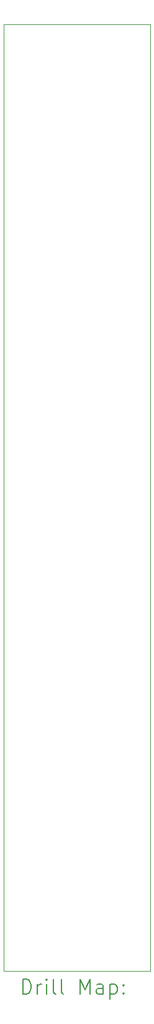
<source format=gbr>
%TF.GenerationSoftware,KiCad,Pcbnew,8.0.6-8.0.6-0~ubuntu22.04.1*%
%TF.CreationDate,2025-04-15T21:33:21+01:00*%
%TF.ProjectId,RP2040-VCO,52503230-3430-42d5-9643-4f2e6b696361,rev?*%
%TF.SameCoordinates,Original*%
%TF.FileFunction,Drillmap*%
%TF.FilePolarity,Positive*%
%FSLAX45Y45*%
G04 Gerber Fmt 4.5, Leading zero omitted, Abs format (unit mm)*
G04 Created by KiCad (PCBNEW 8.0.6-8.0.6-0~ubuntu22.04.1) date 2025-04-15 21:33:21*
%MOMM*%
%LPD*%
G01*
G04 APERTURE LIST*
%ADD10C,0.050000*%
%ADD11C,0.200000*%
G04 APERTURE END LIST*
D10*
X13150000Y-2700000D02*
X13150000Y-15550000D01*
X11150000Y-15550000D02*
X11150000Y-15100000D01*
X11150000Y-2700000D02*
X11150000Y-15100000D01*
X13150000Y-15550000D02*
X11150000Y-15550000D01*
X11150000Y-2700000D02*
X13150000Y-2700000D01*
D11*
X11408277Y-15863984D02*
X11408277Y-15663984D01*
X11408277Y-15663984D02*
X11455896Y-15663984D01*
X11455896Y-15663984D02*
X11484467Y-15673508D01*
X11484467Y-15673508D02*
X11503515Y-15692555D01*
X11503515Y-15692555D02*
X11513039Y-15711603D01*
X11513039Y-15711603D02*
X11522562Y-15749698D01*
X11522562Y-15749698D02*
X11522562Y-15778269D01*
X11522562Y-15778269D02*
X11513039Y-15816365D01*
X11513039Y-15816365D02*
X11503515Y-15835412D01*
X11503515Y-15835412D02*
X11484467Y-15854460D01*
X11484467Y-15854460D02*
X11455896Y-15863984D01*
X11455896Y-15863984D02*
X11408277Y-15863984D01*
X11608277Y-15863984D02*
X11608277Y-15730650D01*
X11608277Y-15768746D02*
X11617800Y-15749698D01*
X11617800Y-15749698D02*
X11627324Y-15740174D01*
X11627324Y-15740174D02*
X11646372Y-15730650D01*
X11646372Y-15730650D02*
X11665420Y-15730650D01*
X11732086Y-15863984D02*
X11732086Y-15730650D01*
X11732086Y-15663984D02*
X11722562Y-15673508D01*
X11722562Y-15673508D02*
X11732086Y-15683031D01*
X11732086Y-15683031D02*
X11741610Y-15673508D01*
X11741610Y-15673508D02*
X11732086Y-15663984D01*
X11732086Y-15663984D02*
X11732086Y-15683031D01*
X11855896Y-15863984D02*
X11836848Y-15854460D01*
X11836848Y-15854460D02*
X11827324Y-15835412D01*
X11827324Y-15835412D02*
X11827324Y-15663984D01*
X11960658Y-15863984D02*
X11941610Y-15854460D01*
X11941610Y-15854460D02*
X11932086Y-15835412D01*
X11932086Y-15835412D02*
X11932086Y-15663984D01*
X12189229Y-15863984D02*
X12189229Y-15663984D01*
X12189229Y-15663984D02*
X12255896Y-15806841D01*
X12255896Y-15806841D02*
X12322562Y-15663984D01*
X12322562Y-15663984D02*
X12322562Y-15863984D01*
X12503515Y-15863984D02*
X12503515Y-15759222D01*
X12503515Y-15759222D02*
X12493991Y-15740174D01*
X12493991Y-15740174D02*
X12474943Y-15730650D01*
X12474943Y-15730650D02*
X12436848Y-15730650D01*
X12436848Y-15730650D02*
X12417800Y-15740174D01*
X12503515Y-15854460D02*
X12484467Y-15863984D01*
X12484467Y-15863984D02*
X12436848Y-15863984D01*
X12436848Y-15863984D02*
X12417800Y-15854460D01*
X12417800Y-15854460D02*
X12408277Y-15835412D01*
X12408277Y-15835412D02*
X12408277Y-15816365D01*
X12408277Y-15816365D02*
X12417800Y-15797317D01*
X12417800Y-15797317D02*
X12436848Y-15787793D01*
X12436848Y-15787793D02*
X12484467Y-15787793D01*
X12484467Y-15787793D02*
X12503515Y-15778269D01*
X12598753Y-15730650D02*
X12598753Y-15930650D01*
X12598753Y-15740174D02*
X12617800Y-15730650D01*
X12617800Y-15730650D02*
X12655896Y-15730650D01*
X12655896Y-15730650D02*
X12674943Y-15740174D01*
X12674943Y-15740174D02*
X12684467Y-15749698D01*
X12684467Y-15749698D02*
X12693991Y-15768746D01*
X12693991Y-15768746D02*
X12693991Y-15825888D01*
X12693991Y-15825888D02*
X12684467Y-15844936D01*
X12684467Y-15844936D02*
X12674943Y-15854460D01*
X12674943Y-15854460D02*
X12655896Y-15863984D01*
X12655896Y-15863984D02*
X12617800Y-15863984D01*
X12617800Y-15863984D02*
X12598753Y-15854460D01*
X12779705Y-15844936D02*
X12789229Y-15854460D01*
X12789229Y-15854460D02*
X12779705Y-15863984D01*
X12779705Y-15863984D02*
X12770181Y-15854460D01*
X12770181Y-15854460D02*
X12779705Y-15844936D01*
X12779705Y-15844936D02*
X12779705Y-15863984D01*
X12779705Y-15740174D02*
X12789229Y-15749698D01*
X12789229Y-15749698D02*
X12779705Y-15759222D01*
X12779705Y-15759222D02*
X12770181Y-15749698D01*
X12770181Y-15749698D02*
X12779705Y-15740174D01*
X12779705Y-15740174D02*
X12779705Y-15759222D01*
M02*

</source>
